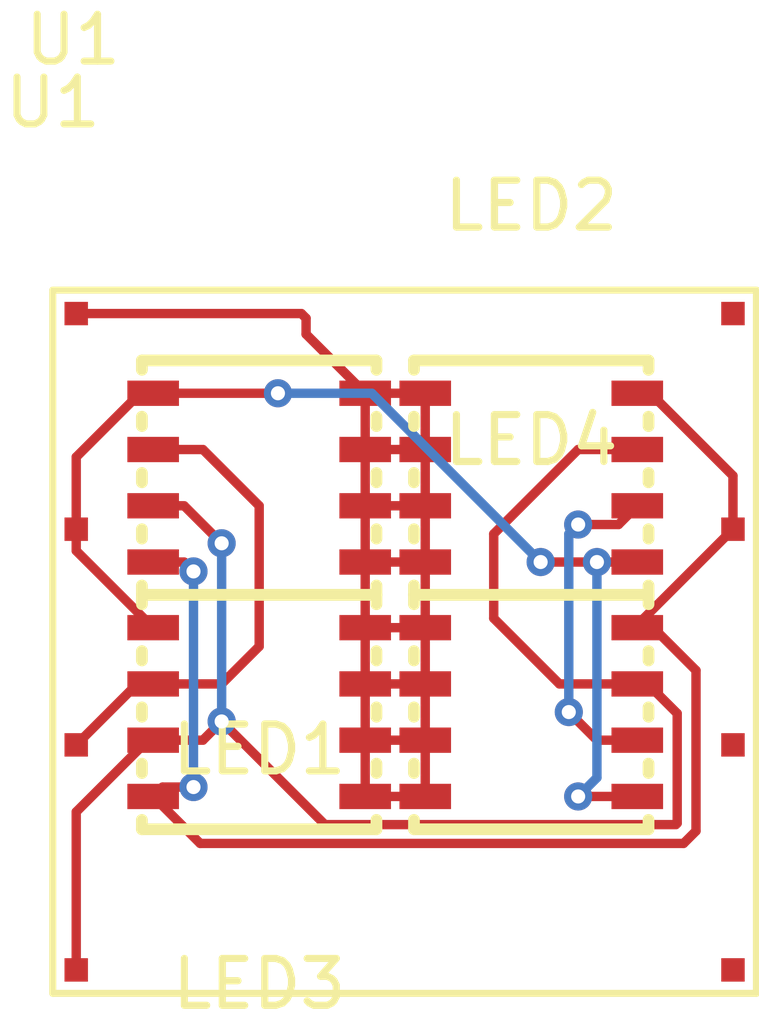
<source format=kicad_pcb>
(kicad_pcb (version 20241229) (generator "pcbnew") (generator_version "9.0")
  (layers (0 "F.Cu" signal) (2 "B.Cu" signal) (13 "F.Paste" user) (15 "B.Paste" user) (5 "F.SilkS" user "F.Silkscreen") (7 "B.SilkS" user "B.Silkscreen") (1 "F.Mask" user) (3 "B.Mask" user) (25 "Edge.Cuts" user))
  (net 0 "")
  (net 1 "cathode_warm_white")
  (net 2 "cathode_ir")
  (net 3 "cathode_green")
  (net 4 "cathode_red")
  (net 5 "anode")
  (net 6 "cathode_blue")
  (net 7 "cathode_uv")
  (net 8 "cathode_cold_white")
  (footprint "HONGLITRONIC_HL_5050RGBW_S1_A27:LED-SMD_8P-L5.0-W5.0-P1.20_HL-5050RGBW-S1-A27" (layer "F.Cu") (at 10.2 4)
    (property "Reference" "LED2" (at 0 -5.8 0) (layer "F.SilkS"))
    (property "Value" "")
    (fp_line (start -2.5 -2.5) (end -2.5 -2.3) (stroke (width 0.25)) (layer "F.SilkS"))
    (fp_line (start -2.5 -1.3) (end -2.5 -1.1) (stroke (width 0.25)) (layer "F.SilkS"))
    (fp_line (start -2.5 -0.1) (end -2.5 0.1) (stroke (width 0.25)) (layer "F.SilkS"))
    (fp_line (start -2.5 1.1) (end -2.5 1.3) (stroke (width 0.25)) (layer "F.SilkS"))
    (fp_line (start -2.5 2.3) (end -2.5 2.5) (stroke (width 0.25)) (layer "F.SilkS"))
    (fp_line (start -2.5 2.5) (end 2.5 2.5) (stroke (width 0.25)) (layer "F.SilkS"))
    (fp_line (start 2.5 -2.5) (end -2.5 -2.5) (stroke (width 0.25)) (layer "F.SilkS"))
    (fp_line (start 2.5 -2.3) (end 2.5 -2.5) (stroke (width 0.25)) (layer "F.SilkS"))
    (fp_line (start 2.5 -1.1) (end 2.5 -1.3) (stroke (width 0.25)) (layer "F.SilkS"))
    (fp_line (start 2.5 0.1) (end 2.5 -0.1) (stroke (width 0.25)) (layer "F.SilkS"))
    (fp_line (start 2.5 1.3) (end 2.5 1.1) (stroke (width 0.25)) (layer "F.SilkS"))
    (fp_line (start 2.5 2.5) (end 2.5 2.3) (stroke (width 0.25)) (layer "F.SilkS"))
    (fp_text user "${REFERENCE}" (at 0 -5.8 0) (layer "F.SilkS"))
    (pad "1" smd rect (at 2.26 -1.8 90) (size 0.54 1.1) (layers "F.Cu" "F.Mask" "F.Paste") (net 8 "cathode_cold_white"))
    (pad "2" smd rect (at -2.26 -1.8 90) (size 0.54 1.1) (layers "F.Cu" "F.Mask" "F.Paste") (net 5 "anode"))
    (pad "3" smd rect (at 2.26 -0.6 90) (size 0.54 1.1) (layers "F.Cu" "F.Mask" "F.Paste") (net 6 "cathode_blue"))
    (pad "4" smd rect (at -2.26 -0.6 90) (size 0.54 1.1) (layers "F.Cu" "F.Mask" "F.Paste") (net 5 "anode"))
    (pad "5" smd rect (at 2.26 0.6 90) (size 0.54 1.1) (layers "F.Cu" "F.Mask" "F.Paste") (net 3 "cathode_green"))
    (pad "6" smd rect (at -2.26 0.6 90) (size 0.54 1.1) (layers "F.Cu" "F.Mask" "F.Paste") (net 5 "anode"))
    (pad "7" smd rect (at 2.26 1.8 90) (size 0.54 1.1) (layers "F.Cu" "F.Mask" "F.Paste") (net 4 "cathode_red"))
    (pad "8" smd rect (at -2.26 1.8 90) (size 0.54 1.1) (layers "F.Cu" "F.Mask" "F.Paste") (net 5 "anode"))
  )
  (footprint "HONGLITRONIC_HL_5050RGBW_S1_A27:LED-SMD_8P-L5.0-W5.0-P1.20_HL-5050RGBW-S1-A27" (layer "F.Cu") (at 4.4 9 180)
    (property "Reference" "LED3" (at 0 -5.8 0) (layer "F.SilkS"))
    (property "Value" "")
    (fp_line (start 2.5 2.5) (end 2.5 2.3) (stroke (width 0.25)) (layer "F.SilkS"))
    (fp_line (start 2.5 1.3) (end 2.5 1.1) (stroke (width 0.25)) (layer "F.SilkS"))
    (fp_line (start 2.5 0.1) (end 2.5 -0.1) (stroke (width 0.25)) (layer "F.SilkS"))
    (fp_line (start 2.5 -1.1) (end 2.5 -1.3) (stroke (width 0.25)) (layer "F.SilkS"))
    (fp_line (start 2.5 -2.3) (end 2.5 -2.5) (stroke (width 0.25)) (layer "F.SilkS"))
    (fp_line (start 2.5 -2.5) (end -2.5 -2.5) (stroke (width 0.25)) (layer "F.SilkS"))
    (fp_line (start -2.5 2.5) (end 2.5 2.5) (stroke (width 0.25)) (layer "F.SilkS"))
    (fp_line (start -2.5 2.3) (end -2.5 2.5) (stroke (width 0.25)) (layer "F.SilkS"))
    (fp_line (start -2.5 1.1) (end -2.5 1.3) (stroke (width 0.25)) (layer "F.SilkS"))
    (fp_line (start -2.5 -0.1) (end -2.5 0.1) (stroke (width 0.25)) (layer "F.SilkS"))
    (fp_line (start -2.5 -1.3) (end -2.5 -1.1) (stroke (width 0.25)) (layer "F.SilkS"))
    (fp_line (start -2.5 -2.5) (end -2.5 -2.3) (stroke (width 0.25)) (layer "F.SilkS"))
    (fp_text user "${REFERENCE}" (at 0 -5.8 0) (layer "F.SilkS"))
    (pad "1" smd rect (at 2.26 -1.8 270) (size 0.54 1.1) (layers "F.Cu" "F.Mask" "F.Paste") (net 8 "cathode_cold_white"))
    (pad "2" smd rect (at -2.26 -1.8 270) (size 0.54 1.1) (layers "F.Cu" "F.Mask" "F.Paste") (net 5 "anode"))
    (pad "3" smd rect (at 2.26 -0.6 270) (size 0.54 1.1) (layers "F.Cu" "F.Mask" "F.Paste") (net 6 "cathode_blue"))
    (pad "4" smd rect (at -2.26 -0.6 270) (size 0.54 1.1) (layers "F.Cu" "F.Mask" "F.Paste") (net 5 "anode"))
    (pad "5" smd rect (at 2.26 0.6 270) (size 0.54 1.1) (layers "F.Cu" "F.Mask" "F.Paste") (net 3 "cathode_green"))
    (pad "6" smd rect (at -2.26 0.6 270) (size 0.54 1.1) (layers "F.Cu" "F.Mask" "F.Paste") (net 5 "anode"))
    (pad "7" smd rect (at 2.26 1.8 270) (size 0.54 1.1) (layers "F.Cu" "F.Mask" "F.Paste") (net 4 "cathode_red"))
    (pad "8" smd rect (at -2.26 1.8 270) (size 0.54 1.1) (layers "F.Cu" "F.Mask" "F.Paste") (net 5 "anode"))
  )
  (footprint "ATOPILE_PIXEL15:pixel15" (layer "F.Cu") (at 0 0)
    (property "Reference" "U1" (at 0.43 -5.34 0) (layer "F.SilkS"))
    (property "Value" "" (hide yes))
    (fp_line (start 0 0) (end 0 15) (stroke (width 0.15)) (layer "F.SilkS"))
    (fp_line (start 0 0) (end 15 0) (stroke (width 0.15)) (layer "F.SilkS"))
    (fp_line (start 0 15) (end 15 15) (stroke (width 0.15)) (layer "F.SilkS"))
    (fp_line (start 15 0) (end 15 15) (stroke (width 0.15)) (layer "F.SilkS"))
    (fp_text user "${REFERENCE}" (at 0 -4 0) (layer "F.SilkS"))
    (pad "1" smd rect (at 0.5 0.5) (size 0.5 0.5) (layers "F.Cu" "F.Mask" "F.Paste") (net 5 "anode"))
    (pad "2" smd rect (at 0.5 5.1) (size 0.5 0.5) (layers "F.Cu" "F.Mask" "F.Paste") (net 4 "cathode_red"))
    (pad "3" smd rect (at 0.5 9.7) (size 0.5 0.5) (layers "F.Cu" "F.Mask" "F.Paste") (net 3 "cathode_green"))
    (pad "4" smd rect (at 0.5 14.5) (size 0.5 0.5) (layers "F.Cu" "F.Mask" "F.Paste") (net 6 "cathode_blue"))
    (pad "5" smd rect (at 14.5 0.5) (size 0.5 0.5) (layers "F.Cu" "F.Mask" "F.Paste") (net 1 "cathode_warm_white"))
    (pad "6" smd rect (at 14.5 5.1) (size 0.5 0.5) (layers "F.Cu" "F.Mask" "F.Paste") (net 8 "cathode_cold_white"))
    (pad "7" smd rect (at 14.5 9.7) (size 0.5 0.5) (layers "F.Cu" "F.Mask" "F.Paste") (net 7 "cathode_uv"))
    (pad "8" smd rect (at 14.5 14.5) (size 0.5 0.5) (layers "F.Cu" "F.Mask" "F.Paste") (net 2 "cathode_ir"))
  )
  (footprint "HONGLITRONIC_HL_5050RGBW_S1_A27:LED-SMD_8P-L5.0-W5.0-P1.20_HL-5050RGBW-S1-A27" (layer "F.Cu") (at 4.4 4 180)
    (property "Reference" "LED1" (at 0 -5.8 0) (layer "F.SilkS"))
    (property "Value" "")
    (fp_line (start 2.5 2.5) (end 2.5 2.3) (stroke (width 0.25)) (layer "F.SilkS"))
    (fp_line (start 2.5 1.3) (end 2.5 1.1) (stroke (width 0.25)) (layer "F.SilkS"))
    (fp_line (start 2.5 0.1) (end 2.5 -0.1) (stroke (width 0.25)) (layer "F.SilkS"))
    (fp_line (start 2.5 -1.1) (end 2.5 -1.3) (stroke (width 0.25)) (layer "F.SilkS"))
    (fp_line (start 2.5 -2.3) (end 2.5 -2.5) (stroke (width 0.25)) (layer "F.SilkS"))
    (fp_line (start 2.5 -2.5) (end -2.5 -2.5) (stroke (width 0.25)) (layer "F.SilkS"))
    (fp_line (start -2.5 2.5) (end 2.5 2.5) (stroke (width 0.25)) (layer "F.SilkS"))
    (fp_line (start -2.5 2.3) (end -2.5 2.5) (stroke (width 0.25)) (layer "F.SilkS"))
    (fp_line (start -2.5 1.1) (end -2.5 1.3) (stroke (width 0.25)) (layer "F.SilkS"))
    (fp_line (start -2.5 -0.1) (end -2.5 0.1) (stroke (width 0.25)) (layer "F.SilkS"))
    (fp_line (start -2.5 -1.3) (end -2.5 -1.1) (stroke (width 0.25)) (layer "F.SilkS"))
    (fp_line (start -2.5 -2.5) (end -2.5 -2.3) (stroke (width 0.25)) (layer "F.SilkS"))
    (fp_text user "${REFERENCE}" (at 0 -5.8 0) (layer "F.SilkS"))
    (pad "1" smd rect (at 2.26 -1.8 270) (size 0.54 1.1) (layers "F.Cu" "F.Mask" "F.Paste") (net 8 "cathode_cold_white"))
    (pad "2" smd rect (at -2.26 -1.8 270) (size 0.54 1.1) (layers "F.Cu" "F.Mask" "F.Paste") (net 5 "anode"))
    (pad "3" smd rect (at 2.26 -0.6 270) (size 0.54 1.1) (layers "F.Cu" "F.Mask" "F.Paste") (net 6 "cathode_blue"))
    (pad "4" smd rect (at -2.26 -0.6 270) (size 0.54 1.1) (layers "F.Cu" "F.Mask" "F.Paste") (net 5 "anode"))
    (pad "5" smd rect (at 2.26 0.6 270) (size 0.54 1.1) (layers "F.Cu" "F.Mask" "F.Paste") (net 3 "cathode_green"))
    (pad "6" smd rect (at -2.26 0.6 270) (size 0.54 1.1) (layers "F.Cu" "F.Mask" "F.Paste") (net 5 "anode"))
    (pad "7" smd rect (at 2.26 1.8 270) (size 0.54 1.1) (layers "F.Cu" "F.Mask" "F.Paste") (net 4 "cathode_red"))
    (pad "8" smd rect (at -2.26 1.8 270) (size 0.54 1.1) (layers "F.Cu" "F.Mask" "F.Paste") (net 5 "anode"))
  )
  (footprint "HONGLITRONIC_HL_5050RGBW_S1_A27:LED-SMD_8P-L5.0-W5.0-P1.20_HL-5050RGBW-S1-A27" (layer "F.Cu") (at 10.2 9)
    (property "Reference" "LED4" (at 0 -5.8 0) (layer "F.SilkS"))
    (property "Value" "")
    (fp_line (start -2.5 -2.5) (end -2.5 -2.3) (stroke (width 0.25)) (layer "F.SilkS"))
    (fp_line (start -2.5 -1.3) (end -2.5 -1.1) (stroke (width 0.25)) (layer "F.SilkS"))
    (fp_line (start -2.5 -0.1) (end -2.5 0.1) (stroke (width 0.25)) (layer "F.SilkS"))
    (fp_line (start -2.5 1.1) (end -2.5 1.3) (stroke (width 0.25)) (layer "F.SilkS"))
    (fp_line (start -2.5 2.3) (end -2.5 2.5) (stroke (width 0.25)) (layer "F.SilkS"))
    (fp_line (start -2.5 2.5) (end 2.5 2.5) (stroke (width 0.25)) (layer "F.SilkS"))
    (fp_line (start 2.5 -2.5) (end -2.5 -2.5) (stroke (width 0.25)) (layer "F.SilkS"))
    (fp_line (start 2.5 -2.3) (end 2.5 -2.5) (stroke (width 0.25)) (layer "F.SilkS"))
    (fp_line (start 2.5 -1.1) (end 2.5 -1.3) (stroke (width 0.25)) (layer "F.SilkS"))
    (fp_line (start 2.5 0.1) (end 2.5 -0.1) (stroke (width 0.25)) (layer "F.SilkS"))
    (fp_line (start 2.5 1.3) (end 2.5 1.1) (stroke (width 0.25)) (layer "F.SilkS"))
    (fp_line (start 2.5 2.5) (end 2.5 2.3) (stroke (width 0.25)) (layer "F.SilkS"))
    (fp_text user "${REFERENCE}" (at 0 -5.8 0) (layer "F.SilkS"))
    (pad "1" smd rect (at 2.26 -1.8 90) (size 0.54 1.1) (layers "F.Cu" "F.Mask" "F.Paste") (net 8 "cathode_cold_white"))
    (pad "2" smd rect (at -2.26 -1.8 90) (size 0.54 1.1) (layers "F.Cu" "F.Mask" "F.Paste") (net 5 "anode"))
    (pad "3" smd rect (at 2.26 -0.6 90) (size 0.54 1.1) (layers "F.Cu" "F.Mask" "F.Paste") (net 6 "cathode_blue"))
    (pad "4" smd rect (at -2.26 -0.6 90) (size 0.54 1.1) (layers "F.Cu" "F.Mask" "F.Paste") (net 5 "anode"))
    (pad "5" smd rect (at 2.26 0.6 90) (size 0.54 1.1) (layers "F.Cu" "F.Mask" "F.Paste") (net 3 "cathode_green"))
    (pad "6" smd rect (at -2.26 0.6 90) (size 0.54 1.1) (layers "F.Cu" "F.Mask" "F.Paste") (net 5 "anode"))
    (pad "7" smd rect (at 2.26 1.8 90) (size 0.54 1.1) (layers "F.Cu" "F.Mask" "F.Paste") (net 4 "cathode_red"))
    (pad "8" smd rect (at -2.26 1.8 90) (size 0.54 1.1) (layers "F.Cu" "F.Mask" "F.Paste") (net 5 "anode"))
  )
  (segment (start 11.6 9.6) (end 11 9) (width 0.2) (layer "F.Cu") (net 3))
  (segment (start 12.06 5) (end 12.46 4.6) (width 0.2) (layer "F.Cu") (net 3))
  (segment (start 2.14 3.4) (end 3.2 3.4) (width 0.2) (layer "F.Cu") (net 3))
  (segment (start 12.46 9.6) (end 11.6 9.6) (width 0.2) (layer "F.Cu") (net 3))
  (segment (start 3.6 8.4) (end 2.14 8.4) (width 0.2) (layer "F.Cu") (net 3))
  (segment (start 3.2 3.4) (end 4.4 4.6) (width 0.2) (layer "F.Cu") (net 3))
  (segment (start 2.14 8.4) (end 1.8 8.4) (width 0.2) (layer "F.Cu") (net 3))
  (segment (start 11.2 5) (end 12.06 5) (width 0.2) (layer "F.Cu") (net 3))
  (segment (start 4.4 7.6) (end 3.6 8.4) (width 0.2) (layer "F.Cu") (net 3))
  (segment (start 1.8 8.4) (end 0.5 9.7) (width 0.2) (layer "F.Cu") (net 3))
  (segment (start 4.4 4.6) (end 4.4 7.6) (width 0.2) (layer "F.Cu") (net 3))
  (via (at 11.2 5) (size 0.6) (drill 0.3) (layers "F.Cu" "B.Cu") (net 3))
  (via (at 11 9) (size 0.6) (drill 0.3) (layers "F.Cu" "B.Cu") (net 3))
  (segment (start 11 9) (end 11 5.2) (width 0.2) (layer "B.Cu") (net 3))
  (segment (start 11 5.2) (end 11.2 5) (width 0.2) (layer "B.Cu") (net 3))
  (segment (start 12.46 5.8) (end 11.6 5.8) (width 0.2) (layer "F.Cu") (net 4))
  (segment (start 1.86 2.2) (end 0.5 3.56) (width 0.2) (layer "F.Cu") (net 4))
  (segment (start 0.5 3.56) (end 0.5 5.1) (width 0.2) (layer "F.Cu") (net 4))
  (segment (start 10.4 5.8) (end 11.6 5.8) (width 0.2) (layer "F.Cu") (net 4))
  (segment (start 11.2 10.8) (end 12.46 10.8) (width 0.2) (layer "F.Cu") (net 4))
  (segment (start 2.14 7.2) (end 0.5 5.56) (width 0.2) (layer "F.Cu") (net 4))
  (segment (start 2.14 2.2) (end 1.86 2.2) (width 0.2) (layer "F.Cu") (net 4))
  (segment (start 0.5 5.56) (end 0.5 5.1) (width 0.2) (layer "F.Cu") (net 4))
  (segment (start 2.14 2.2) (end 4.8 2.2) (width 0.2) (layer "F.Cu") (net 4))
  (via (at 10.4 5.8) (size 0.6) (drill 0.3) (layers "F.Cu" "B.Cu") (net 4))
  (via (at 11.2 10.8) (size 0.6) (drill 0.3) (layers "F.Cu" "B.Cu") (net 4))
  (via (at 11.6 5.8) (size 0.6) (drill 0.3) (layers "F.Cu" "B.Cu") (net 4))
  (via (at 4.8 2.2) (size 0.6) (drill 0.3) (layers "F.Cu" "B.Cu") (net 4))
  (segment (start 11.6 10.4) (end 11.2 10.8) (width 0.2) (layer "B.Cu") (net 4))
  (segment (start 11.6 5.8) (end 11.6 10.4) (width 0.2) (layer "B.Cu") (net 4))
  (segment (start 6.8 2.2) (end 10.4 5.8) (width 0.2) (layer "B.Cu") (net 4))
  (segment (start 4.8 2.2) (end 6.8 2.2) (width 0.2) (layer "B.Cu") (net 4))
  (segment (start 6.66 5.8) (end 6.66 7.2) (width 0.2) (layer "F.Cu") (net 5))
  (segment (start 7.94 7.2) (end 7.94 10.8) (width 0.2) (layer "F.Cu") (net 5))
  (segment (start 7.94 5.8) (end 7.94 7.2) (width 0.2) (layer "F.Cu") (net 5))
  (segment (start 6.66 2.2) (end 6.66 5.8) (width 0.2) (layer "F.Cu") (net 5))
  (segment (start 5.3 0.5) (end 0.5 0.5) (width 0.2) (layer "F.Cu") (net 5))
  (segment (start 6.66 7.2) (end 6.66 10.8) (width 0.2) (layer "F.Cu") (net 5))
  (segment (start 6.66 9.6) (end 7.94 9.6) (width 0.2) (layer "F.Cu") (net 5))
  (segment (start 6.66 8.4) (end 7.94 8.4) (width 0.2) (layer "F.Cu") (net 5))
  (segment (start 5.4 0.94) (end 5.4 0.6) (width 0.2) (layer "F.Cu") (net 5))
  (segment (start 6.66 3.4) (end 7.94 3.4) (width 0.2) (layer "F.Cu") (net 5))
  (segment (start 5.4 0.6) (end 5.3 0.5) (width 0.2) (layer "F.Cu") (net 5))
  (segment (start 6.66 2.2) (end 5.4 0.94) (width 0.2) (layer "F.Cu") (net 5))
  (segment (start 6.66 7.2) (end 7.94 7.2) (width 0.2) (layer "F.Cu") (net 5))
  (segment (start 6.66 4.6) (end 7.94 4.6) (width 0.2) (layer "F.Cu") (net 5))
  (segment (start 7.94 5.8) (end 7.94 2.2) (width 0.2) (layer "F.Cu") (net 5))
  (segment (start 6.66 5.8) (end 7.94 5.8) (width 0.2) (layer "F.Cu") (net 5))
  (segment (start 6.66 10.8) (end 7.94 10.8) (width 0.2) (layer "F.Cu") (net 5))
  (segment (start 6.66 2.2) (end 7.94 2.2) (width 0.2) (layer "F.Cu") (net 5))
  (segment (start 10.8 8.4) (end 9.4 7) (width 0.2) (layer "F.Cu") (net 6))
  (segment (start 11.2 3.4) (end 12.46 3.4) (width 0.2) (layer "F.Cu") (net 6))
  (segment (start 3.2 9.6) (end 2.14 9.6) (width 0.2) (layer "F.Cu") (net 6))
  (segment (start 12.46 8.4) (end 10.8 8.4) (width 0.2) (layer "F.Cu") (net 6))
  (segment (start 2.14 4.6) (end 2.8 4.6) (width 0.2) (layer "F.Cu") (net 6))
  (segment (start 5.801 11.401) (end 3.6 9.2) (width 0.2) (layer "F.Cu") (net 6))
  (segment (start 0.5 11.129) (end 2.029 9.6) (width 0.2) (layer "F.Cu") (net 6))
  (segment (start 9.4 7) (end 9.4 5.2) (width 0.2) (layer "F.Cu") (net 6))
  (segment (start 2.8 4.6) (end 3.6 5.4) (width 0.2) (layer "F.Cu") (net 6))
  (segment (start 13.281 11.401) (end 5.801 11.401) (width 0.2) (layer "F.Cu") (net 6))
  (segment (start 3.6 9.2) (end 3.2 9.6) (width 0.2) (layer "F.Cu") (net 6))
  (segment (start 9.4 5.2) (end 11.2 3.4) (width 0.2) (layer "F.Cu") (net 6))
  (segment (start 13.311 11.371) (end 13.281 11.401) (width 0.2) (layer "F.Cu") (net 6))
  (segment (start 0.5 14.5) (end 0.5 11.129) (width 0.2) (layer "F.Cu") (net 6))
  (segment (start 2.029 9.6) (end 2.14 9.6) (width 0.2) (layer "F.Cu") (net 6))
  (segment (start 12.682 8.4) (end 13.311 9.029) (width 0.2) (layer "F.Cu") (net 6))
  (segment (start 13.311 9.029) (end 13.311 11.371) (width 0.2) (layer "F.Cu") (net 6))
  (segment (start 12.46 8.4) (end 12.682 8.4) (width 0.2) (layer "F.Cu") (net 6))
  (via (at 3.6 5.4) (size 0.6) (drill 0.3) (layers "F.Cu" "B.Cu") (net 6))
  (via (at 3.6 9.2) (size 0.6) (drill 0.3) (layers "F.Cu" "B.Cu") (net 6))
  (segment (start 3.6 5.4) (end 3.6 9.2) (width 0.2) (layer "B.Cu") (net 6))
  (segment (start 2.14 10.8) (end 3.142 11.802) (width 0.2) (layer "F.Cu") (net 8))
  (segment (start 12.46 7.2) (end 12.46 7.14) (width 0.2) (layer "F.Cu") (net 8))
  (segment (start 2.8 5.8) (end 3 6) (width 0.2) (layer "F.Cu") (net 8))
  (segment (start 13.4471 11.802) (end 13.712 11.5371) (width 0.2) (layer "F.Cu") (net 8))
  (segment (start 14.5 3.96) (end 14.5 5.1) (width 0.2) (layer "F.Cu") (net 8))
  (segment (start 12.8 7.2) (end 12.46 7.2) (width 0.2) (layer "F.Cu") (net 8))
  (segment (start 2.34 10.6) (end 2.14 10.8) (width 0.2) (layer "F.Cu") (net 8))
  (segment (start 3 10.6) (end 2.34 10.6) (width 0.2) (layer "F.Cu") (net 8))
  (segment (start 2.14 5.8) (end 2.8 5.8) (width 0.2) (layer "F.Cu") (net 8))
  (segment (start 13.712 8.112) (end 12.8 7.2) (width 0.2) (layer "F.Cu") (net 8))
  (segment (start 12.46 2.2) (end 12.74 2.2) (width 0.2) (layer "F.Cu") (net 8))
  (segment (start 12.74 2.2) (end 14.5 3.96) (width 0.2) (layer "F.Cu") (net 8))
  (segment (start 3.142 11.802) (end 13.4471 11.802) (width 0.2) (layer "F.Cu") (net 8))
  (segment (start 13.712 11.5371) (end 13.712 8.112) (width 0.2) (layer "F.Cu") (net 8))
  (segment (start 12.46 7.14) (end 14.5 5.1) (width 0.2) (layer "F.Cu") (net 8))
  (via (at 3 6) (size 0.6) (drill 0.3) (layers "F.Cu" "B.Cu") (net 8))
  (via (at 3 10.6) (size 0.6) (drill 0.3) (layers "F.Cu" "B.Cu") (net 8))
  (segment (start 3 6) (end 3 10.6) (width 0.2) (layer "B.Cu") (net 8))
)
</source>
